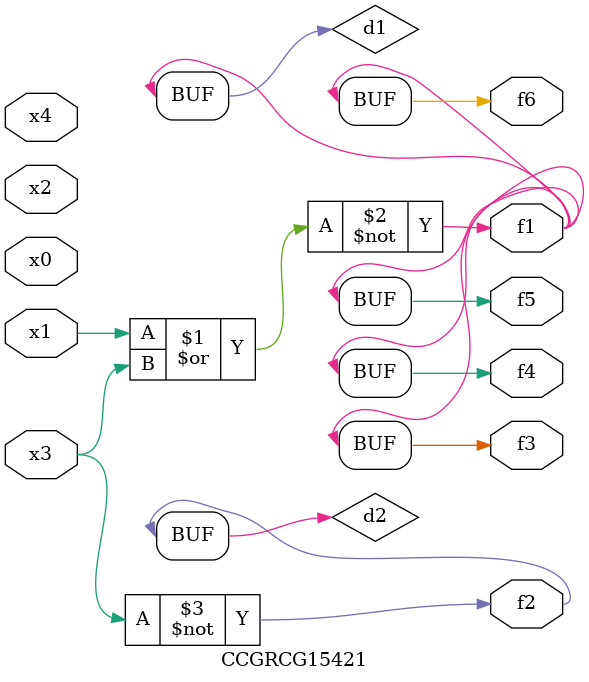
<source format=v>
module CCGRCG15421(
	input x0, x1, x2, x3, x4,
	output f1, f2, f3, f4, f5, f6
);

	wire d1, d2;

	nor (d1, x1, x3);
	not (d2, x3);
	assign f1 = d1;
	assign f2 = d2;
	assign f3 = d1;
	assign f4 = d1;
	assign f5 = d1;
	assign f6 = d1;
endmodule

</source>
